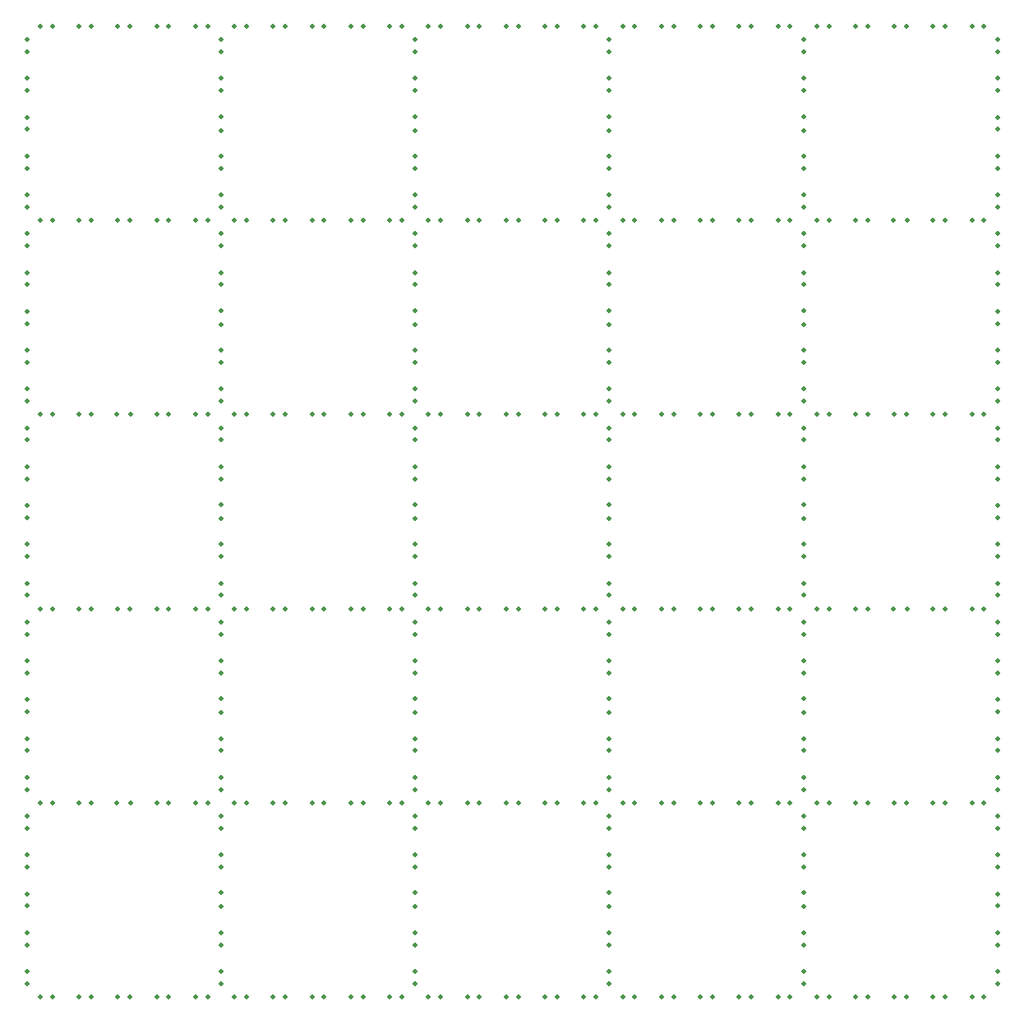
<source format=gbr>
%TF.GenerationSoftware,KiCad,Pcbnew,9.0.7*%
%TF.CreationDate,2026-02-12T20:02:34+01:00*%
%TF.ProjectId,PCB_Neopixel_rigid,5043425f-4e65-46f7-9069-78656c5f7269,rev?*%
%TF.SameCoordinates,Original*%
%TF.FileFunction,Soldermask,Bot*%
%TF.FilePolarity,Negative*%
%FSLAX46Y46*%
G04 Gerber Fmt 4.6, Leading zero omitted, Abs format (unit mm)*
G04 Created by KiCad (PCBNEW 9.0.7) date 2026-02-12 20:02:34*
%MOMM*%
%LPD*%
G01*
G04 APERTURE LIST*
%ADD10C,0.500000*%
G04 APERTURE END LIST*
D10*
%TO.C,REF\u002A\u002A*%
X121000000Y-60720000D03*
%TD*%
%TO.C,REF\u002A\u002A*%
X121000000Y-59280000D03*
%TD*%
%TO.C,REF\u002A\u002A1*%
X141000000Y-60720000D03*
%TD*%
%TO.C,REF\u002A\u002A2*%
X141000000Y-59280000D03*
%TD*%
%TO.C,REF\u002A\u002A3*%
X161000000Y-60720000D03*
%TD*%
%TO.C,REF\u002A\u002A4*%
X161000000Y-59280000D03*
%TD*%
%TO.C,REF\u002A\u002A5*%
X181000000Y-60720000D03*
%TD*%
%TO.C,REF\u002A\u002A6*%
X181000000Y-59280000D03*
%TD*%
%TO.C,REF\u002A\u002A9*%
X121000000Y-80720000D03*
%TD*%
%TO.C,REF\u002A\u002A10*%
X121000000Y-79280000D03*
%TD*%
%TO.C,REF\u002A\u002A11*%
X141000000Y-80720000D03*
%TD*%
%TO.C,REF\u002A\u002A12*%
X141000000Y-79280000D03*
%TD*%
%TO.C,REF\u002A\u002A13*%
X161000000Y-80720000D03*
%TD*%
%TO.C,REF\u002A\u002A14*%
X161000000Y-79280000D03*
%TD*%
%TO.C,REF\u002A\u002A15*%
X181000000Y-80720000D03*
%TD*%
%TO.C,REF\u002A\u002A16*%
X181000000Y-79280000D03*
%TD*%
%TO.C,REF\u002A\u002A19*%
X121000000Y-100720000D03*
%TD*%
%TO.C,REF\u002A\u002A20*%
X121000000Y-99280000D03*
%TD*%
%TO.C,REF\u002A\u002A21*%
X141000000Y-100720000D03*
%TD*%
%TO.C,REF\u002A\u002A22*%
X141000000Y-99280000D03*
%TD*%
%TO.C,REF\u002A\u002A23*%
X161000000Y-100720000D03*
%TD*%
%TO.C,REF\u002A\u002A24*%
X161000000Y-99280000D03*
%TD*%
%TO.C,REF\u002A\u002A25*%
X181000000Y-100720000D03*
%TD*%
%TO.C,REF\u002A\u002A26*%
X181000000Y-99280000D03*
%TD*%
%TO.C,REF\u002A\u002A29*%
X121000000Y-120720000D03*
%TD*%
%TO.C,REF\u002A\u002A30*%
X121000000Y-119280000D03*
%TD*%
%TO.C,REF\u002A\u002A31*%
X141000000Y-120720000D03*
%TD*%
%TO.C,REF\u002A\u002A32*%
X141000000Y-119280000D03*
%TD*%
%TO.C,REF\u002A\u002A33*%
X161000000Y-120720000D03*
%TD*%
%TO.C,REF\u002A\u002A34*%
X161000000Y-119280000D03*
%TD*%
%TO.C,REF\u002A\u002A35*%
X181000000Y-120720000D03*
%TD*%
%TO.C,REF\u002A\u002A36*%
X181000000Y-119280000D03*
%TD*%
%TO.C,REF\u002A\u002A39*%
X121000000Y-140720000D03*
%TD*%
%TO.C,REF\u002A\u002A40*%
X121000000Y-139280000D03*
%TD*%
%TO.C,REF\u002A\u002A41*%
X141000000Y-140720000D03*
%TD*%
%TO.C,REF\u002A\u002A42*%
X141000000Y-139280000D03*
%TD*%
%TO.C,REF\u002A\u002A43*%
X161000000Y-140720000D03*
%TD*%
%TO.C,REF\u002A\u002A44*%
X161000000Y-139280000D03*
%TD*%
%TO.C,REF\u002A\u002A45*%
X181000000Y-140720000D03*
%TD*%
%TO.C,REF\u002A\u002A46*%
X181000000Y-139280000D03*
%TD*%
%TO.C,REF\u002A\u002A*%
X158375000Y-110000000D03*
%TD*%
%TO.C,REF\u002A\u002A*%
X159625000Y-110000000D03*
%TD*%
%TO.C,REF\u002A\u002A*%
X154375000Y-110000000D03*
%TD*%
%TO.C,REF\u002A\u002A*%
X155625000Y-110000000D03*
%TD*%
%TO.C,REF\u002A\u002A*%
X150375000Y-110000000D03*
%TD*%
%TO.C,REF\u002A\u002A*%
X151625000Y-110000000D03*
%TD*%
%TO.C,REF\u002A\u002A*%
X143625000Y-110000000D03*
%TD*%
%TO.C,REF\u002A\u002A*%
X142375000Y-110000000D03*
%TD*%
%TO.C,REF\u002A\u002A*%
X139625000Y-110000000D03*
%TD*%
%TO.C,REF\u002A\u002A*%
X138375000Y-110000000D03*
%TD*%
%TO.C,REF\u002A\u002A*%
X146375000Y-110000000D03*
%TD*%
%TO.C,REF\u002A\u002A*%
X147625000Y-110000000D03*
%TD*%
%TO.C,REF\u002A\u002A*%
X119625000Y-110000000D03*
%TD*%
%TO.C,REF\u002A\u002A*%
X118375000Y-110000000D03*
%TD*%
%TO.C,REF\u002A\u002A*%
X115625000Y-110000000D03*
%TD*%
%TO.C,REF\u002A\u002A*%
X114375000Y-110000000D03*
%TD*%
%TO.C,REF\u002A\u002A*%
X131625000Y-110000000D03*
%TD*%
%TO.C,REF\u002A\u002A*%
X130375000Y-110000000D03*
%TD*%
%TO.C,REF\u002A\u002A*%
X127625000Y-110000000D03*
%TD*%
%TO.C,REF\u002A\u002A*%
X126375000Y-110000000D03*
%TD*%
%TO.C,REF\u002A\u002A*%
X123625000Y-110000000D03*
%TD*%
%TO.C,REF\u002A\u002A*%
X122375000Y-110000000D03*
%TD*%
%TO.C,REF\u002A\u002A*%
X134375000Y-110000000D03*
%TD*%
%TO.C,REF\u002A\u002A*%
X135625000Y-110000000D03*
%TD*%
%TO.C,REF\u002A\u002A*%
X106375000Y-110000000D03*
%TD*%
%TO.C,REF\u002A\u002A*%
X107625000Y-110000000D03*
%TD*%
%TO.C,REF\u002A\u002A*%
X103625000Y-110000000D03*
%TD*%
%TO.C,REF\u002A\u002A*%
X102375000Y-110000000D03*
%TD*%
%TO.C,REF\u002A\u002A*%
X111625000Y-110000000D03*
%TD*%
%TO.C,REF\u002A\u002A*%
X110375000Y-110000000D03*
%TD*%
%TO.C,REF\u002A\u002A*%
X163625000Y-110000000D03*
%TD*%
%TO.C,REF\u002A\u002A*%
X162375000Y-110000000D03*
%TD*%
%TO.C,REF\u002A\u002A*%
X175625000Y-110000000D03*
%TD*%
%TO.C,REF\u002A\u002A*%
X174375000Y-110000000D03*
%TD*%
%TO.C,REF\u002A\u002A*%
X171625000Y-110000000D03*
%TD*%
%TO.C,REF\u002A\u002A*%
X170375000Y-110000000D03*
%TD*%
%TO.C,REF\u002A\u002A*%
X167625000Y-110000000D03*
%TD*%
%TO.C,REF\u002A\u002A*%
X166375000Y-110000000D03*
%TD*%
%TO.C,REF\u002A\u002A*%
X178375000Y-110000000D03*
%TD*%
%TO.C,REF\u002A\u002A*%
X179625000Y-110000000D03*
%TD*%
%TO.C,REF\u002A\u002A*%
X183625000Y-110000000D03*
%TD*%
%TO.C,REF\u002A\u002A*%
X182375000Y-110000000D03*
%TD*%
%TO.C,REF\u002A\u002A*%
X195625000Y-110000000D03*
%TD*%
%TO.C,REF\u002A\u002A*%
X194375000Y-110000000D03*
%TD*%
%TO.C,REF\u002A\u002A*%
X187625000Y-110000000D03*
%TD*%
%TO.C,REF\u002A\u002A*%
X186375000Y-110000000D03*
%TD*%
%TO.C,REF\u002A\u002A*%
X198375000Y-110000000D03*
%TD*%
%TO.C,REF\u002A\u002A*%
X199625000Y-110000000D03*
%TD*%
%TO.C,REF\u002A\u002A*%
X183625000Y-130000000D03*
%TD*%
%TO.C,REF\u002A\u002A*%
X182375000Y-130000000D03*
%TD*%
%TO.C,REF\u002A\u002A*%
X195625000Y-130000000D03*
%TD*%
%TO.C,REF\u002A\u002A*%
X194375000Y-130000000D03*
%TD*%
%TO.C,REF\u002A\u002A*%
X163625000Y-130000000D03*
%TD*%
%TO.C,REF\u002A\u002A*%
X162375000Y-130000000D03*
%TD*%
%TO.C,REF\u002A\u002A*%
X175625000Y-130000000D03*
%TD*%
%TO.C,REF\u002A\u002A*%
X174375000Y-130000000D03*
%TD*%
%TO.C,REF\u002A\u002A*%
X143625000Y-130000000D03*
%TD*%
%TO.C,REF\u002A\u002A*%
X142375000Y-130000000D03*
%TD*%
%TO.C,REF\u002A\u002A*%
X139625000Y-130000000D03*
%TD*%
%TO.C,REF\u002A\u002A*%
X138375000Y-130000000D03*
%TD*%
%TO.C,REF\u002A\u002A*%
X118375000Y-130000000D03*
%TD*%
%TO.C,REF\u002A\u002A*%
X119625000Y-130000000D03*
%TD*%
%TO.C,REF\u002A\u002A*%
X115625000Y-130000000D03*
%TD*%
%TO.C,REF\u002A\u002A*%
X114375000Y-130000000D03*
%TD*%
%TO.C,REF\u002A\u002A*%
X131625000Y-130000000D03*
%TD*%
%TO.C,REF\u002A\u002A*%
X130375000Y-130000000D03*
%TD*%
%TO.C,REF\u002A\u002A*%
X106375000Y-130000000D03*
%TD*%
%TO.C,REF\u002A\u002A*%
X107625000Y-130000000D03*
%TD*%
%TO.C,REF\u002A\u002A*%
X103625000Y-130000000D03*
%TD*%
%TO.C,REF\u002A\u002A*%
X102375000Y-130000000D03*
%TD*%
%TO.C,REF\u002A\u002A*%
X155625000Y-130000000D03*
%TD*%
%TO.C,REF\u002A\u002A*%
X154375000Y-130000000D03*
%TD*%
%TO.C,REF\u002A\u002A*%
X190375000Y-130000000D03*
%TD*%
%TO.C,REF\u002A\u002A*%
X191625000Y-130000000D03*
%TD*%
%TO.C,REF\u002A\u002A*%
X199625000Y-130000000D03*
%TD*%
%TO.C,REF\u002A\u002A*%
X198375000Y-130000000D03*
%TD*%
%TO.C,REF\u002A\u002A*%
X187625000Y-130000000D03*
%TD*%
%TO.C,REF\u002A\u002A*%
X186375000Y-130000000D03*
%TD*%
%TO.C,REF\u002A\u002A*%
X151625000Y-130000000D03*
%TD*%
%TO.C,REF\u002A\u002A*%
X150375000Y-130000000D03*
%TD*%
%TO.C,REF\u002A\u002A*%
X147625000Y-130000000D03*
%TD*%
%TO.C,REF\u002A\u002A*%
X146375000Y-130000000D03*
%TD*%
%TO.C,REF\u002A\u002A*%
X111700000Y-130000000D03*
%TD*%
%TO.C,REF\u002A\u002A*%
X110300000Y-130000000D03*
%TD*%
%TO.C,REF\u002A\u002A*%
X170375000Y-130000000D03*
%TD*%
%TO.C,REF\u002A\u002A*%
X171625000Y-130000000D03*
%TD*%
%TO.C,REF\u002A\u002A*%
X179625000Y-130000000D03*
%TD*%
%TO.C,REF\u002A\u002A*%
X178375000Y-130000000D03*
%TD*%
%TO.C,REF\u002A\u002A*%
X167625000Y-130000000D03*
%TD*%
%TO.C,REF\u002A\u002A*%
X166375000Y-130000000D03*
%TD*%
%TO.C,REF\u002A\u002A*%
X126375000Y-130000000D03*
%TD*%
%TO.C,REF\u002A\u002A*%
X127625000Y-130000000D03*
%TD*%
%TO.C,REF\u002A\u002A*%
X123625000Y-130000000D03*
%TD*%
%TO.C,REF\u002A\u002A*%
X122375000Y-130000000D03*
%TD*%
%TO.C,REF\u002A\u002A*%
X135625000Y-130000000D03*
%TD*%
%TO.C,REF\u002A\u002A*%
X134375000Y-130000000D03*
%TD*%
%TO.C,REF\u002A\u002A*%
X158375000Y-130000000D03*
%TD*%
%TO.C,REF\u002A\u002A*%
X159625000Y-130000000D03*
%TD*%
%TO.C,REF\u002A\u002A*%
X183625000Y-150025000D03*
%TD*%
%TO.C,REF\u002A\u002A*%
X182375000Y-150025000D03*
%TD*%
%TO.C,REF\u002A\u002A*%
X195625000Y-150025000D03*
%TD*%
%TO.C,REF\u002A\u002A*%
X194375000Y-150025000D03*
%TD*%
%TO.C,REF\u002A\u002A*%
X163625000Y-150025000D03*
%TD*%
%TO.C,REF\u002A\u002A*%
X162375000Y-150025000D03*
%TD*%
%TO.C,REF\u002A\u002A*%
X175625000Y-150025000D03*
%TD*%
%TO.C,REF\u002A\u002A*%
X174375000Y-150025000D03*
%TD*%
%TO.C,REF\u002A\u002A*%
X143625000Y-150025000D03*
%TD*%
%TO.C,REF\u002A\u002A*%
X142375000Y-150025000D03*
%TD*%
%TO.C,REF\u002A\u002A*%
X139625000Y-150025000D03*
%TD*%
%TO.C,REF\u002A\u002A*%
X138375000Y-150025000D03*
%TD*%
%TO.C,REF\u002A\u002A*%
X118375000Y-150025000D03*
%TD*%
%TO.C,REF\u002A\u002A*%
X119625000Y-150025000D03*
%TD*%
%TO.C,REF\u002A\u002A*%
X115625000Y-150025000D03*
%TD*%
%TO.C,REF\u002A\u002A*%
X114375000Y-150025000D03*
%TD*%
%TO.C,REF\u002A\u002A*%
X131625000Y-150025000D03*
%TD*%
%TO.C,REF\u002A\u002A*%
X130375000Y-150025000D03*
%TD*%
%TO.C,REF\u002A\u002A*%
X106375000Y-150025000D03*
%TD*%
%TO.C,REF\u002A\u002A*%
X107625000Y-150025000D03*
%TD*%
%TO.C,REF\u002A\u002A*%
X103625000Y-150025000D03*
%TD*%
%TO.C,REF\u002A\u002A*%
X102375000Y-150025000D03*
%TD*%
%TO.C,REF\u002A\u002A*%
X155625000Y-150025000D03*
%TD*%
%TO.C,REF\u002A\u002A*%
X154375000Y-150025000D03*
%TD*%
%TO.C,REF\u002A\u002A*%
X190375000Y-150025000D03*
%TD*%
%TO.C,REF\u002A\u002A*%
X191625000Y-150025000D03*
%TD*%
%TO.C,REF\u002A\u002A*%
X199625000Y-150025000D03*
%TD*%
%TO.C,REF\u002A\u002A*%
X198375000Y-150025000D03*
%TD*%
%TO.C,REF\u002A\u002A*%
X187625000Y-150025000D03*
%TD*%
%TO.C,REF\u002A\u002A*%
X186375000Y-150025000D03*
%TD*%
%TO.C,REF\u002A\u002A*%
X151625000Y-150025000D03*
%TD*%
%TO.C,REF\u002A\u002A*%
X150375000Y-150025000D03*
%TD*%
%TO.C,REF\u002A\u002A*%
X147625000Y-150025000D03*
%TD*%
%TO.C,REF\u002A\u002A*%
X146375000Y-150025000D03*
%TD*%
%TO.C,REF\u002A\u002A*%
X111625000Y-150025000D03*
%TD*%
%TO.C,REF\u002A\u002A*%
X110375000Y-150025000D03*
%TD*%
%TO.C,REF\u002A\u002A*%
X170375000Y-150025000D03*
%TD*%
%TO.C,REF\u002A\u002A*%
X171625000Y-150025000D03*
%TD*%
%TO.C,REF\u002A\u002A*%
X179625000Y-150025000D03*
%TD*%
%TO.C,REF\u002A\u002A*%
X178375000Y-150025000D03*
%TD*%
%TO.C,REF\u002A\u002A*%
X167625000Y-150025000D03*
%TD*%
%TO.C,REF\u002A\u002A*%
X166375000Y-150025000D03*
%TD*%
%TO.C,REF\u002A\u002A*%
X126375000Y-150025000D03*
%TD*%
%TO.C,REF\u002A\u002A*%
X127625000Y-150025000D03*
%TD*%
%TO.C,REF\u002A\u002A*%
X123625000Y-150025000D03*
%TD*%
%TO.C,REF\u002A\u002A*%
X122375000Y-150025000D03*
%TD*%
%TO.C,REF\u002A\u002A*%
X135625000Y-150025000D03*
%TD*%
%TO.C,REF\u002A\u002A*%
X134375000Y-150025000D03*
%TD*%
%TO.C,REF\u002A\u002A*%
X158375000Y-150025000D03*
%TD*%
%TO.C,REF\u002A\u002A*%
X159625000Y-150025000D03*
%TD*%
%TO.C,REF\u002A\u002A*%
X101000000Y-67375000D03*
%TD*%
%TO.C,REF\u002A\u002A*%
X101000000Y-68625001D03*
%TD*%
%TO.C,REF\u002A\u002A*%
X101000000Y-55375000D03*
%TD*%
%TO.C,REF\u002A\u002A*%
X101000000Y-56625000D03*
%TD*%
%TO.C,REF\u002A\u002A*%
X101000000Y-87375000D03*
%TD*%
%TO.C,REF\u002A\u002A*%
X101000000Y-88625000D03*
%TD*%
%TO.C,REF\u002A\u002A*%
X101000000Y-75375000D03*
%TD*%
%TO.C,REF\u002A\u002A*%
X101000000Y-76625000D03*
%TD*%
%TO.C,REF\u002A\u002A*%
X101000000Y-107375000D03*
%TD*%
%TO.C,REF\u002A\u002A*%
X101000000Y-108625000D03*
%TD*%
%TO.C,REF\u002A\u002A*%
X101000000Y-111374999D03*
%TD*%
%TO.C,REF\u002A\u002A*%
X101000000Y-112625000D03*
%TD*%
%TO.C,REF\u002A\u002A*%
X101000000Y-132625001D03*
%TD*%
%TO.C,REF\u002A\u002A*%
X101000000Y-131375000D03*
%TD*%
%TO.C,REF\u002A\u002A*%
X101000000Y-135375000D03*
%TD*%
%TO.C,REF\u002A\u002A*%
X101000000Y-136625001D03*
%TD*%
%TO.C,REF\u002A\u002A*%
X101000000Y-119375000D03*
%TD*%
%TO.C,REF\u002A\u002A*%
X101000000Y-120625000D03*
%TD*%
%TO.C,REF\u002A\u002A*%
X101000000Y-144625000D03*
%TD*%
%TO.C,REF\u002A\u002A*%
X101000000Y-143374999D03*
%TD*%
%TO.C,REF\u002A\u002A*%
X101000000Y-147375001D03*
%TD*%
%TO.C,REF\u002A\u002A*%
X101000000Y-148625000D03*
%TD*%
%TO.C,REF\u002A\u002A*%
X101000000Y-95375000D03*
%TD*%
%TO.C,REF\u002A\u002A*%
X101000000Y-96624999D03*
%TD*%
%TO.C,REF\u002A\u002A*%
X101000000Y-60625000D03*
%TD*%
%TO.C,REF\u002A\u002A*%
X101000000Y-59375000D03*
%TD*%
%TO.C,REF\u002A\u002A*%
X101000000Y-51375001D03*
%TD*%
%TO.C,REF\u002A\u002A*%
X101000000Y-52625000D03*
%TD*%
%TO.C,REF\u002A\u002A*%
X101000000Y-63375000D03*
%TD*%
%TO.C,REF\u002A\u002A*%
X101000000Y-64624999D03*
%TD*%
%TO.C,REF\u002A\u002A*%
X101000000Y-99375000D03*
%TD*%
%TO.C,REF\u002A\u002A*%
X101000000Y-100625001D03*
%TD*%
%TO.C,REF\u002A\u002A*%
X101000000Y-103375000D03*
%TD*%
%TO.C,REF\u002A\u002A*%
X101000000Y-104625001D03*
%TD*%
%TO.C,REF\u002A\u002A*%
X101000000Y-139375000D03*
%TD*%
%TO.C,REF\u002A\u002A*%
X101000000Y-140625000D03*
%TD*%
%TO.C,REF\u002A\u002A*%
X101000000Y-80625000D03*
%TD*%
%TO.C,REF\u002A\u002A*%
X101000000Y-79374999D03*
%TD*%
%TO.C,REF\u002A\u002A*%
X101000000Y-71375000D03*
%TD*%
%TO.C,REF\u002A\u002A*%
X101000000Y-72625001D03*
%TD*%
%TO.C,REF\u002A\u002A*%
X101000000Y-83375001D03*
%TD*%
%TO.C,REF\u002A\u002A*%
X101000000Y-84625000D03*
%TD*%
%TO.C,REF\u002A\u002A*%
X101000000Y-124625000D03*
%TD*%
%TO.C,REF\u002A\u002A*%
X101000000Y-123375000D03*
%TD*%
%TO.C,REF\u002A\u002A*%
X101000000Y-127375000D03*
%TD*%
%TO.C,REF\u002A\u002A*%
X101000000Y-128624999D03*
%TD*%
%TO.C,REF\u002A\u002A*%
X101000000Y-115375001D03*
%TD*%
%TO.C,REF\u002A\u002A*%
X101000000Y-116625000D03*
%TD*%
%TO.C,REF\u002A\u002A*%
X101000000Y-92625000D03*
%TD*%
%TO.C,REF\u002A\u002A*%
X101000000Y-91375000D03*
%TD*%
%TO.C,REF\u002A\u002A*%
X183625000Y-50025000D03*
%TD*%
%TO.C,REF\u002A\u002A*%
X182375000Y-50025000D03*
%TD*%
%TO.C,REF\u002A\u002A*%
X195625000Y-50025000D03*
%TD*%
%TO.C,REF\u002A\u002A*%
X194375000Y-50025000D03*
%TD*%
%TO.C,REF\u002A\u002A*%
X163625000Y-50025000D03*
%TD*%
%TO.C,REF\u002A\u002A*%
X162375000Y-50025000D03*
%TD*%
%TO.C,REF\u002A\u002A*%
X175625000Y-50025000D03*
%TD*%
%TO.C,REF\u002A\u002A*%
X174375000Y-50025000D03*
%TD*%
%TO.C,REF\u002A\u002A*%
X143625000Y-50025000D03*
%TD*%
%TO.C,REF\u002A\u002A*%
X142375000Y-50025000D03*
%TD*%
%TO.C,REF\u002A\u002A*%
X139625000Y-50025000D03*
%TD*%
%TO.C,REF\u002A\u002A*%
X138375000Y-50025000D03*
%TD*%
%TO.C,REF\u002A\u002A*%
X118375000Y-50025000D03*
%TD*%
%TO.C,REF\u002A\u002A*%
X119625000Y-50025000D03*
%TD*%
%TO.C,REF\u002A\u002A*%
X115625000Y-50025000D03*
%TD*%
%TO.C,REF\u002A\u002A*%
X114375000Y-50025000D03*
%TD*%
%TO.C,REF\u002A\u002A*%
X131625000Y-50025000D03*
%TD*%
%TO.C,REF\u002A\u002A*%
X130375000Y-50025000D03*
%TD*%
%TO.C,REF\u002A\u002A*%
X106375000Y-50025000D03*
%TD*%
%TO.C,REF\u002A\u002A*%
X107625000Y-50025000D03*
%TD*%
%TO.C,REF\u002A\u002A*%
X103625000Y-50025000D03*
%TD*%
%TO.C,REF\u002A\u002A*%
X102375000Y-50025000D03*
%TD*%
%TO.C,REF\u002A\u002A*%
X155625000Y-50025000D03*
%TD*%
%TO.C,REF\u002A\u002A*%
X154375000Y-50025000D03*
%TD*%
%TO.C,REF\u002A\u002A*%
X190375000Y-50025000D03*
%TD*%
%TO.C,REF\u002A\u002A*%
X191625000Y-50025000D03*
%TD*%
%TO.C,REF\u002A\u002A*%
X199625000Y-50025000D03*
%TD*%
%TO.C,REF\u002A\u002A*%
X198375000Y-50025000D03*
%TD*%
%TO.C,REF\u002A\u002A*%
X187625000Y-50025000D03*
%TD*%
%TO.C,REF\u002A\u002A*%
X186375000Y-50025000D03*
%TD*%
%TO.C,REF\u002A\u002A*%
X151625000Y-50025000D03*
%TD*%
%TO.C,REF\u002A\u002A*%
X150375000Y-50025000D03*
%TD*%
%TO.C,REF\u002A\u002A*%
X147625000Y-50025000D03*
%TD*%
%TO.C,REF\u002A\u002A*%
X146375000Y-50025000D03*
%TD*%
%TO.C,REF\u002A\u002A*%
X111625000Y-50025000D03*
%TD*%
%TO.C,REF\u002A\u002A*%
X110375000Y-50025000D03*
%TD*%
%TO.C,REF\u002A\u002A*%
X170375000Y-50025000D03*
%TD*%
%TO.C,REF\u002A\u002A*%
X171625000Y-50025000D03*
%TD*%
%TO.C,REF\u002A\u002A*%
X179625000Y-50025000D03*
%TD*%
%TO.C,REF\u002A\u002A*%
X178375000Y-50025000D03*
%TD*%
%TO.C,REF\u002A\u002A*%
X167625000Y-50025000D03*
%TD*%
%TO.C,REF\u002A\u002A*%
X166375000Y-50025000D03*
%TD*%
%TO.C,REF\u002A\u002A*%
X126375000Y-50025000D03*
%TD*%
%TO.C,REF\u002A\u002A*%
X127625000Y-50025000D03*
%TD*%
%TO.C,REF\u002A\u002A*%
X123625000Y-50025000D03*
%TD*%
%TO.C,REF\u002A\u002A*%
X122375000Y-50025000D03*
%TD*%
%TO.C,REF\u002A\u002A*%
X135625000Y-50025000D03*
%TD*%
%TO.C,REF\u002A\u002A*%
X134375000Y-50025000D03*
%TD*%
%TO.C,REF\u002A\u002A*%
X158375000Y-50025000D03*
%TD*%
%TO.C,REF\u002A\u002A*%
X159625000Y-50025000D03*
%TD*%
%TO.C,REF\u002A\u002A*%
X183625000Y-90000000D03*
%TD*%
%TO.C,REF\u002A\u002A*%
X182375000Y-90000000D03*
%TD*%
%TO.C,REF\u002A\u002A*%
X195625000Y-90000000D03*
%TD*%
%TO.C,REF\u002A\u002A*%
X194375000Y-90000000D03*
%TD*%
%TO.C,REF\u002A\u002A*%
X163625000Y-90000000D03*
%TD*%
%TO.C,REF\u002A\u002A*%
X162375000Y-90000000D03*
%TD*%
%TO.C,REF\u002A\u002A*%
X175625000Y-90000000D03*
%TD*%
%TO.C,REF\u002A\u002A*%
X174375000Y-90000000D03*
%TD*%
%TO.C,REF\u002A\u002A*%
X143625000Y-90000000D03*
%TD*%
%TO.C,REF\u002A\u002A*%
X142375000Y-90000000D03*
%TD*%
%TO.C,REF\u002A\u002A*%
X139625000Y-90000000D03*
%TD*%
%TO.C,REF\u002A\u002A*%
X138375000Y-90000000D03*
%TD*%
%TO.C,REF\u002A\u002A*%
X118375000Y-90000000D03*
%TD*%
%TO.C,REF\u002A\u002A*%
X119625000Y-90000000D03*
%TD*%
%TO.C,REF\u002A\u002A*%
X115625000Y-90000000D03*
%TD*%
%TO.C,REF\u002A\u002A*%
X114375000Y-90000000D03*
%TD*%
%TO.C,REF\u002A\u002A*%
X131625000Y-90000000D03*
%TD*%
%TO.C,REF\u002A\u002A*%
X130375000Y-90000000D03*
%TD*%
%TO.C,REF\u002A\u002A*%
X106375000Y-90000000D03*
%TD*%
%TO.C,REF\u002A\u002A*%
X107625000Y-90000000D03*
%TD*%
%TO.C,REF\u002A\u002A*%
X103625000Y-90000000D03*
%TD*%
%TO.C,REF\u002A\u002A*%
X102375000Y-90000000D03*
%TD*%
%TO.C,REF\u002A\u002A*%
X155625000Y-90000000D03*
%TD*%
%TO.C,REF\u002A\u002A*%
X154375000Y-90000000D03*
%TD*%
%TO.C,REF\u002A\u002A*%
X190375000Y-90000000D03*
%TD*%
%TO.C,REF\u002A\u002A*%
X191625000Y-90000000D03*
%TD*%
%TO.C,REF\u002A\u002A*%
X199625000Y-90000000D03*
%TD*%
%TO.C,REF\u002A\u002A*%
X198375000Y-90000000D03*
%TD*%
%TO.C,REF\u002A\u002A*%
X187625000Y-90000000D03*
%TD*%
%TO.C,REF\u002A\u002A*%
X186375000Y-90000000D03*
%TD*%
%TO.C,REF\u002A\u002A*%
X151625000Y-90000000D03*
%TD*%
%TO.C,REF\u002A\u002A*%
X150375000Y-90000000D03*
%TD*%
%TO.C,REF\u002A\u002A*%
X147625000Y-90000000D03*
%TD*%
%TO.C,REF\u002A\u002A*%
X146375000Y-90000000D03*
%TD*%
%TO.C,REF\u002A\u002A*%
X111700000Y-90000000D03*
%TD*%
%TO.C,REF\u002A\u002A*%
X110300000Y-90000000D03*
%TD*%
%TO.C,REF\u002A\u002A*%
X170375000Y-90000000D03*
%TD*%
%TO.C,REF\u002A\u002A*%
X171625000Y-90000000D03*
%TD*%
%TO.C,REF\u002A\u002A*%
X179625000Y-90000000D03*
%TD*%
%TO.C,REF\u002A\u002A*%
X178375000Y-90000000D03*
%TD*%
%TO.C,REF\u002A\u002A*%
X167625000Y-90000000D03*
%TD*%
%TO.C,REF\u002A\u002A*%
X166375000Y-90000000D03*
%TD*%
%TO.C,REF\u002A\u002A*%
X126375000Y-90000000D03*
%TD*%
%TO.C,REF\u002A\u002A*%
X127625000Y-90000000D03*
%TD*%
%TO.C,REF\u002A\u002A*%
X123625000Y-90000000D03*
%TD*%
%TO.C,REF\u002A\u002A*%
X122375000Y-90000000D03*
%TD*%
%TO.C,REF\u002A\u002A*%
X135625000Y-90000000D03*
%TD*%
%TO.C,REF\u002A\u002A*%
X134375000Y-90000000D03*
%TD*%
%TO.C,REF\u002A\u002A*%
X158375000Y-90000000D03*
%TD*%
%TO.C,REF\u002A\u002A*%
X159625000Y-90000000D03*
%TD*%
%TO.C,REF\u002A\u002A*%
X183625000Y-70000000D03*
%TD*%
%TO.C,REF\u002A\u002A*%
X182375000Y-70000000D03*
%TD*%
%TO.C,REF\u002A\u002A*%
X195625000Y-70000000D03*
%TD*%
%TO.C,REF\u002A\u002A*%
X194375000Y-70000000D03*
%TD*%
%TO.C,REF\u002A\u002A*%
X163625000Y-70000000D03*
%TD*%
%TO.C,REF\u002A\u002A*%
X162375000Y-70000000D03*
%TD*%
%TO.C,REF\u002A\u002A*%
X175625000Y-70000000D03*
%TD*%
%TO.C,REF\u002A\u002A*%
X174375000Y-70000000D03*
%TD*%
%TO.C,REF\u002A\u002A*%
X143625000Y-70000000D03*
%TD*%
%TO.C,REF\u002A\u002A*%
X142375000Y-70000000D03*
%TD*%
%TO.C,REF\u002A\u002A*%
X139625000Y-70000000D03*
%TD*%
%TO.C,REF\u002A\u002A*%
X138375000Y-70000000D03*
%TD*%
%TO.C,REF\u002A\u002A*%
X118375000Y-70000000D03*
%TD*%
%TO.C,REF\u002A\u002A*%
X119625000Y-70000000D03*
%TD*%
%TO.C,REF\u002A\u002A*%
X115625000Y-70000000D03*
%TD*%
%TO.C,REF\u002A\u002A*%
X114375000Y-70000000D03*
%TD*%
%TO.C,REF\u002A\u002A*%
X131625000Y-70000000D03*
%TD*%
%TO.C,REF\u002A\u002A*%
X130375000Y-70000000D03*
%TD*%
%TO.C,REF\u002A\u002A*%
X106375000Y-70000000D03*
%TD*%
%TO.C,REF\u002A\u002A*%
X107625000Y-70000000D03*
%TD*%
%TO.C,REF\u002A\u002A*%
X103625000Y-70000000D03*
%TD*%
%TO.C,REF\u002A\u002A*%
X102375000Y-70000000D03*
%TD*%
%TO.C,REF\u002A\u002A*%
X155625000Y-70000000D03*
%TD*%
%TO.C,REF\u002A\u002A*%
X154375000Y-70000000D03*
%TD*%
%TO.C,REF\u002A\u002A*%
X190300000Y-70000000D03*
%TD*%
%TO.C,REF\u002A\u002A*%
X191700000Y-70000000D03*
%TD*%
%TO.C,REF\u002A\u002A*%
X199625000Y-70000000D03*
%TD*%
%TO.C,REF\u002A\u002A*%
X198375000Y-70000000D03*
%TD*%
%TO.C,REF\u002A\u002A*%
X187625000Y-70000000D03*
%TD*%
%TO.C,REF\u002A\u002A*%
X186375000Y-70000000D03*
%TD*%
%TO.C,REF\u002A\u002A*%
X151625000Y-70000000D03*
%TD*%
%TO.C,REF\u002A\u002A*%
X150375000Y-70000000D03*
%TD*%
%TO.C,REF\u002A\u002A*%
X147625000Y-70000000D03*
%TD*%
%TO.C,REF\u002A\u002A*%
X146375000Y-70000000D03*
%TD*%
%TO.C,REF\u002A\u002A*%
X111625000Y-70000000D03*
%TD*%
%TO.C,REF\u002A\u002A*%
X110375000Y-70000000D03*
%TD*%
%TO.C,REF\u002A\u002A*%
X170375000Y-70000000D03*
%TD*%
%TO.C,REF\u002A\u002A*%
X171625000Y-70000000D03*
%TD*%
%TO.C,REF\u002A\u002A*%
X179625000Y-70000000D03*
%TD*%
%TO.C,REF\u002A\u002A*%
X178375000Y-70000000D03*
%TD*%
%TO.C,REF\u002A\u002A*%
X167625000Y-70000000D03*
%TD*%
%TO.C,REF\u002A\u002A*%
X166375000Y-70000000D03*
%TD*%
%TO.C,REF\u002A\u002A*%
X126375000Y-70000000D03*
%TD*%
%TO.C,REF\u002A\u002A*%
X127625000Y-70000000D03*
%TD*%
%TO.C,REF\u002A\u002A*%
X123625000Y-70000000D03*
%TD*%
%TO.C,REF\u002A\u002A*%
X122375000Y-70000000D03*
%TD*%
%TO.C,REF\u002A\u002A*%
X135625000Y-70000000D03*
%TD*%
%TO.C,REF\u002A\u002A*%
X134375000Y-70000000D03*
%TD*%
%TO.C,REF\u002A\u002A*%
X158375000Y-70000000D03*
%TD*%
%TO.C,REF\u002A\u002A*%
X159625000Y-70000000D03*
%TD*%
%TO.C,REF\u002A\u002A*%
X201000000Y-67375000D03*
%TD*%
%TO.C,REF\u002A\u002A*%
X201000000Y-68625001D03*
%TD*%
%TO.C,REF\u002A\u002A*%
X201000000Y-55375000D03*
%TD*%
%TO.C,REF\u002A\u002A*%
X201000000Y-56625000D03*
%TD*%
%TO.C,REF\u002A\u002A*%
X201000000Y-87375000D03*
%TD*%
%TO.C,REF\u002A\u002A*%
X201000000Y-88625000D03*
%TD*%
%TO.C,REF\u002A\u002A*%
X201000000Y-75375000D03*
%TD*%
%TO.C,REF\u002A\u002A*%
X201000000Y-76625000D03*
%TD*%
%TO.C,REF\u002A\u002A*%
X201000000Y-107375000D03*
%TD*%
%TO.C,REF\u002A\u002A*%
X201000000Y-108625000D03*
%TD*%
%TO.C,REF\u002A\u002A*%
X201000000Y-111374999D03*
%TD*%
%TO.C,REF\u002A\u002A*%
X201000000Y-112625000D03*
%TD*%
%TO.C,REF\u002A\u002A*%
X201000000Y-132625001D03*
%TD*%
%TO.C,REF\u002A\u002A*%
X201000000Y-131375000D03*
%TD*%
%TO.C,REF\u002A\u002A*%
X201000000Y-135375000D03*
%TD*%
%TO.C,REF\u002A\u002A*%
X201000000Y-136625001D03*
%TD*%
%TO.C,REF\u002A\u002A*%
X201000000Y-119375000D03*
%TD*%
%TO.C,REF\u002A\u002A*%
X201000000Y-120625000D03*
%TD*%
%TO.C,REF\u002A\u002A*%
X201000000Y-144625000D03*
%TD*%
%TO.C,REF\u002A\u002A*%
X201000000Y-143374999D03*
%TD*%
%TO.C,REF\u002A\u002A*%
X201000000Y-147375001D03*
%TD*%
%TO.C,REF\u002A\u002A*%
X201000000Y-148625000D03*
%TD*%
%TO.C,REF\u002A\u002A*%
X201000000Y-95375000D03*
%TD*%
%TO.C,REF\u002A\u002A*%
X201000000Y-96624999D03*
%TD*%
%TO.C,REF\u002A\u002A*%
X201000000Y-60625000D03*
%TD*%
%TO.C,REF\u002A\u002A*%
X201000000Y-59375000D03*
%TD*%
%TO.C,REF\u002A\u002A*%
X201000000Y-51375001D03*
%TD*%
%TO.C,REF\u002A\u002A*%
X201000000Y-52625000D03*
%TD*%
%TO.C,REF\u002A\u002A*%
X201000000Y-63375000D03*
%TD*%
%TO.C,REF\u002A\u002A*%
X201000000Y-64624999D03*
%TD*%
%TO.C,REF\u002A\u002A*%
X201000000Y-99375000D03*
%TD*%
%TO.C,REF\u002A\u002A*%
X201000000Y-100625001D03*
%TD*%
%TO.C,REF\u002A\u002A*%
X201000000Y-103375000D03*
%TD*%
%TO.C,REF\u002A\u002A*%
X201000000Y-104625001D03*
%TD*%
%TO.C,REF\u002A\u002A*%
X201000000Y-139375000D03*
%TD*%
%TO.C,REF\u002A\u002A*%
X201000000Y-140625000D03*
%TD*%
%TO.C,REF\u002A\u002A*%
X201000000Y-80625000D03*
%TD*%
%TO.C,REF\u002A\u002A*%
X201000000Y-79374999D03*
%TD*%
%TO.C,REF\u002A\u002A*%
X201000000Y-71375000D03*
%TD*%
%TO.C,REF\u002A\u002A*%
X201000000Y-72625001D03*
%TD*%
%TO.C,REF\u002A\u002A*%
X201000000Y-83375001D03*
%TD*%
%TO.C,REF\u002A\u002A*%
X201000000Y-84625000D03*
%TD*%
%TO.C,REF\u002A\u002A*%
X201000000Y-124625000D03*
%TD*%
%TO.C,REF\u002A\u002A*%
X201000000Y-123375000D03*
%TD*%
%TO.C,REF\u002A\u002A*%
X201000000Y-127375000D03*
%TD*%
%TO.C,REF\u002A\u002A*%
X201000000Y-128624999D03*
%TD*%
%TO.C,REF\u002A\u002A*%
X201000000Y-115375001D03*
%TD*%
%TO.C,REF\u002A\u002A*%
X201000000Y-116625000D03*
%TD*%
%TO.C,REF\u002A\u002A*%
X201000000Y-92625000D03*
%TD*%
%TO.C,REF\u002A\u002A*%
X201000000Y-91375000D03*
%TD*%
%TO.C,REF\u002A\u002A*%
X121000000Y-67375000D03*
%TD*%
%TO.C,REF\u002A\u002A*%
X121000000Y-68625000D03*
%TD*%
%TO.C,REF\u002A\u002A*%
X121000000Y-63375000D03*
%TD*%
%TO.C,REF\u002A\u002A*%
X121000000Y-64625001D03*
%TD*%
%TO.C,REF\u002A\u002A*%
X121000000Y-56625000D03*
%TD*%
%TO.C,REF\u002A\u002A*%
X121000000Y-55375000D03*
%TD*%
%TO.C,REF\u002A\u002A*%
X121000000Y-51375000D03*
%TD*%
%TO.C,REF\u002A\u002A*%
X121000000Y-52625001D03*
%TD*%
%TO.C,REF\u002A\u002A*%
X141000000Y-55375000D03*
%TD*%
%TO.C,REF\u002A\u002A*%
X141000000Y-56625000D03*
%TD*%
%TO.C,REF\u002A\u002A*%
X141000000Y-68625000D03*
%TD*%
%TO.C,REF\u002A\u002A*%
X141000000Y-67375000D03*
%TD*%
%TO.C,REF\u002A\u002A*%
X141000000Y-63375000D03*
%TD*%
%TO.C,REF\u002A\u002A*%
X141000000Y-64625001D03*
%TD*%
%TO.C,REF\u002A\u002A*%
X141000000Y-52625001D03*
%TD*%
%TO.C,REF\u002A\u002A*%
X141000000Y-51375000D03*
%TD*%
%TO.C,REF\u002A\u002A*%
X161000000Y-55375000D03*
%TD*%
%TO.C,REF\u002A\u002A*%
X161000000Y-56625000D03*
%TD*%
%TO.C,REF\u002A\u002A*%
X161000000Y-68625000D03*
%TD*%
%TO.C,REF\u002A\u002A*%
X161000000Y-67375000D03*
%TD*%
%TO.C,REF\u002A\u002A*%
X161000000Y-63375000D03*
%TD*%
%TO.C,REF\u002A\u002A*%
X161000000Y-64625001D03*
%TD*%
%TO.C,REF\u002A\u002A*%
X161000000Y-52625001D03*
%TD*%
%TO.C,REF\u002A\u002A*%
X161000000Y-51375000D03*
%TD*%
%TO.C,REF\u002A\u002A*%
X181000000Y-55375000D03*
%TD*%
%TO.C,REF\u002A\u002A*%
X181000000Y-56625000D03*
%TD*%
%TO.C,REF\u002A\u002A*%
X181000000Y-68625000D03*
%TD*%
%TO.C,REF\u002A\u002A*%
X181000000Y-67375000D03*
%TD*%
%TO.C,REF\u002A\u002A*%
X181000000Y-63375000D03*
%TD*%
%TO.C,REF\u002A\u002A*%
X181000000Y-64625001D03*
%TD*%
%TO.C,REF\u002A\u002A*%
X181000000Y-52625001D03*
%TD*%
%TO.C,REF\u002A\u002A*%
X181000000Y-51375000D03*
%TD*%
%TO.C,REF\u002A\u002A*%
X181000000Y-75375000D03*
%TD*%
%TO.C,REF\u002A\u002A*%
X181000000Y-76625000D03*
%TD*%
%TO.C,REF\u002A\u002A*%
X181000000Y-88625000D03*
%TD*%
%TO.C,REF\u002A\u002A*%
X181000000Y-87375000D03*
%TD*%
%TO.C,REF\u002A\u002A*%
X181000000Y-83375000D03*
%TD*%
%TO.C,REF\u002A\u002A*%
X181000000Y-84625001D03*
%TD*%
%TO.C,REF\u002A\u002A*%
X181000000Y-72625001D03*
%TD*%
%TO.C,REF\u002A\u002A*%
X181000000Y-71375000D03*
%TD*%
%TO.C,REF\u002A\u002A*%
X161000000Y-75375000D03*
%TD*%
%TO.C,REF\u002A\u002A*%
X161000000Y-76625000D03*
%TD*%
%TO.C,REF\u002A\u002A*%
X161000000Y-88625000D03*
%TD*%
%TO.C,REF\u002A\u002A*%
X161000000Y-87375000D03*
%TD*%
%TO.C,REF\u002A\u002A*%
X161000000Y-83375000D03*
%TD*%
%TO.C,REF\u002A\u002A*%
X161000000Y-84625001D03*
%TD*%
%TO.C,REF\u002A\u002A*%
X161000000Y-72625001D03*
%TD*%
%TO.C,REF\u002A\u002A*%
X161000000Y-71375000D03*
%TD*%
%TO.C,REF\u002A\u002A*%
X141000000Y-75375000D03*
%TD*%
%TO.C,REF\u002A\u002A*%
X141000000Y-76625000D03*
%TD*%
%TO.C,REF\u002A\u002A*%
X141000000Y-88625000D03*
%TD*%
%TO.C,REF\u002A\u002A*%
X141000000Y-87375000D03*
%TD*%
%TO.C,REF\u002A\u002A*%
X121000000Y-75375000D03*
%TD*%
%TO.C,REF\u002A\u002A*%
X121000000Y-76625000D03*
%TD*%
%TO.C,REF\u002A\u002A*%
X121000000Y-88625000D03*
%TD*%
%TO.C,REF\u002A\u002A*%
X121000000Y-87375000D03*
%TD*%
%TO.C,REF\u002A\u002A*%
X121000000Y-71375000D03*
%TD*%
%TO.C,REF\u002A\u002A*%
X121000000Y-72625001D03*
%TD*%
%TO.C,REF\u002A\u002A*%
X121000000Y-84625001D03*
%TD*%
%TO.C,REF\u002A\u002A*%
X121000000Y-83375000D03*
%TD*%
%TO.C,REF\u002A\u002A*%
X141000000Y-71375000D03*
%TD*%
%TO.C,REF\u002A\u002A*%
X141000000Y-72625001D03*
%TD*%
%TO.C,REF\u002A\u002A*%
X141000000Y-84625001D03*
%TD*%
%TO.C,REF\u002A\u002A*%
X141000000Y-83375000D03*
%TD*%
%TO.C,REF\u002A\u002A*%
X181000000Y-95375000D03*
%TD*%
%TO.C,REF\u002A\u002A*%
X181000000Y-96625000D03*
%TD*%
%TO.C,REF\u002A\u002A*%
X181000000Y-108625000D03*
%TD*%
%TO.C,REF\u002A\u002A*%
X181000000Y-107375000D03*
%TD*%
%TO.C,REF\u002A\u002A*%
X161000000Y-95375000D03*
%TD*%
%TO.C,REF\u002A\u002A*%
X161000000Y-96625000D03*
%TD*%
%TO.C,REF\u002A\u002A*%
X161000000Y-108625000D03*
%TD*%
%TO.C,REF\u002A\u002A*%
X161000000Y-107375000D03*
%TD*%
%TO.C,REF\u002A\u002A*%
X141000000Y-96625000D03*
%TD*%
%TO.C,REF\u002A\u002A*%
X141000000Y-95375000D03*
%TD*%
%TO.C,REF\u002A\u002A*%
X141000000Y-108625000D03*
%TD*%
%TO.C,REF\u002A\u002A*%
X141000000Y-107375000D03*
%TD*%
%TO.C,REF\u002A\u002A*%
X121000000Y-95375000D03*
%TD*%
%TO.C,REF\u002A\u002A*%
X121000000Y-96625000D03*
%TD*%
%TO.C,REF\u002A\u002A*%
X121000000Y-108625000D03*
%TD*%
%TO.C,REF\u002A\u002A*%
X121000000Y-107375000D03*
%TD*%
%TO.C,REF\u002A\u002A*%
X121000000Y-103375000D03*
%TD*%
%TO.C,REF\u002A\u002A*%
X121000000Y-104625001D03*
%TD*%
%TO.C,REF\u002A\u002A*%
X161000000Y-91375000D03*
%TD*%
%TO.C,REF\u002A\u002A*%
X161000000Y-92625001D03*
%TD*%
%TO.C,REF\u002A\u002A*%
X161000000Y-104625001D03*
%TD*%
%TO.C,REF\u002A\u002A*%
X161000000Y-103375000D03*
%TD*%
%TO.C,REF\u002A\u002A*%
X181000000Y-91375000D03*
%TD*%
%TO.C,REF\u002A\u002A*%
X181000000Y-92625001D03*
%TD*%
%TO.C,REF\u002A\u002A*%
X121000000Y-91375000D03*
%TD*%
%TO.C,REF\u002A\u002A*%
X121000000Y-92625001D03*
%TD*%
%TO.C,REF\u002A\u002A*%
X181000000Y-104625001D03*
%TD*%
%TO.C,REF\u002A\u002A*%
X181000000Y-103375000D03*
%TD*%
%TO.C,REF\u002A\u002A*%
X141000000Y-92625001D03*
%TD*%
%TO.C,REF\u002A\u002A*%
X141000000Y-91375000D03*
%TD*%
%TO.C,REF\u002A\u002A*%
X141000000Y-103375000D03*
%TD*%
%TO.C,REF\u002A\u002A*%
X141000000Y-104625001D03*
%TD*%
%TO.C,REF\u002A\u002A*%
X181000000Y-115375000D03*
%TD*%
%TO.C,REF\u002A\u002A*%
X181000000Y-116625000D03*
%TD*%
%TO.C,REF\u002A\u002A*%
X181000000Y-128625000D03*
%TD*%
%TO.C,REF\u002A\u002A*%
X181000000Y-127375000D03*
%TD*%
%TO.C,REF\u002A\u002A*%
X161000000Y-115375000D03*
%TD*%
%TO.C,REF\u002A\u002A*%
X161000000Y-116625000D03*
%TD*%
%TO.C,REF\u002A\u002A*%
X161000000Y-128625000D03*
%TD*%
%TO.C,REF\u002A\u002A*%
X161000000Y-127375000D03*
%TD*%
%TO.C,REF\u002A\u002A*%
X141000000Y-116625000D03*
%TD*%
%TO.C,REF\u002A\u002A*%
X141000000Y-115375000D03*
%TD*%
%TO.C,REF\u002A\u002A*%
X141000000Y-128625000D03*
%TD*%
%TO.C,REF\u002A\u002A*%
X141000000Y-127375000D03*
%TD*%
%TO.C,REF\u002A\u002A*%
X121000000Y-115375000D03*
%TD*%
%TO.C,REF\u002A\u002A*%
X121000000Y-116625000D03*
%TD*%
%TO.C,REF\u002A\u002A*%
X121000000Y-128625000D03*
%TD*%
%TO.C,REF\u002A\u002A*%
X121000000Y-127375000D03*
%TD*%
%TO.C,REF\u002A\u002A*%
X121000000Y-123375000D03*
%TD*%
%TO.C,REF\u002A\u002A*%
X121000000Y-124625001D03*
%TD*%
%TO.C,REF\u002A\u002A*%
X161000000Y-111375000D03*
%TD*%
%TO.C,REF\u002A\u002A*%
X161000000Y-112625001D03*
%TD*%
%TO.C,REF\u002A\u002A*%
X161000000Y-124625001D03*
%TD*%
%TO.C,REF\u002A\u002A*%
X161000000Y-123375000D03*
%TD*%
%TO.C,REF\u002A\u002A*%
X181000000Y-111375000D03*
%TD*%
%TO.C,REF\u002A\u002A*%
X181000000Y-112625001D03*
%TD*%
%TO.C,REF\u002A\u002A*%
X121000000Y-111375000D03*
%TD*%
%TO.C,REF\u002A\u002A*%
X121000000Y-112625001D03*
%TD*%
%TO.C,REF\u002A\u002A*%
X181000000Y-124625001D03*
%TD*%
%TO.C,REF\u002A\u002A*%
X181000000Y-123375000D03*
%TD*%
%TO.C,REF\u002A\u002A*%
X141000000Y-112625001D03*
%TD*%
%TO.C,REF\u002A\u002A*%
X141000000Y-111375000D03*
%TD*%
%TO.C,REF\u002A\u002A*%
X141000000Y-123375000D03*
%TD*%
%TO.C,REF\u002A\u002A*%
X141000000Y-124625001D03*
%TD*%
%TO.C,REF\u002A\u002A*%
X181000000Y-135375000D03*
%TD*%
%TO.C,REF\u002A\u002A*%
X181000000Y-136625000D03*
%TD*%
%TO.C,REF\u002A\u002A*%
X181000000Y-148625000D03*
%TD*%
%TO.C,REF\u002A\u002A*%
X181000000Y-147375000D03*
%TD*%
%TO.C,REF\u002A\u002A*%
X161000000Y-135375000D03*
%TD*%
%TO.C,REF\u002A\u002A*%
X161000000Y-136625000D03*
%TD*%
%TO.C,REF\u002A\u002A*%
X161000000Y-148625000D03*
%TD*%
%TO.C,REF\u002A\u002A*%
X161000000Y-147375000D03*
%TD*%
%TO.C,REF\u002A\u002A*%
X141000000Y-136625000D03*
%TD*%
%TO.C,REF\u002A\u002A*%
X141000000Y-135375000D03*
%TD*%
%TO.C,REF\u002A\u002A*%
X141000000Y-148625000D03*
%TD*%
%TO.C,REF\u002A\u002A*%
X141000000Y-147375000D03*
%TD*%
%TO.C,REF\u002A\u002A*%
X121000000Y-135375000D03*
%TD*%
%TO.C,REF\u002A\u002A*%
X121000000Y-136625000D03*
%TD*%
%TO.C,REF\u002A\u002A*%
X121000000Y-148625000D03*
%TD*%
%TO.C,REF\u002A\u002A*%
X121000000Y-147375000D03*
%TD*%
%TO.C,REF\u002A\u002A*%
X121000000Y-143375000D03*
%TD*%
%TO.C,REF\u002A\u002A*%
X121000000Y-144625001D03*
%TD*%
%TO.C,REF\u002A\u002A*%
X161000000Y-131375000D03*
%TD*%
%TO.C,REF\u002A\u002A*%
X161000000Y-132625001D03*
%TD*%
%TO.C,REF\u002A\u002A*%
X161000000Y-144625001D03*
%TD*%
%TO.C,REF\u002A\u002A*%
X161000000Y-143375000D03*
%TD*%
%TO.C,REF\u002A\u002A*%
X181000000Y-131375000D03*
%TD*%
%TO.C,REF\u002A\u002A*%
X181000000Y-132625001D03*
%TD*%
%TO.C,REF\u002A\u002A*%
X121000000Y-131375000D03*
%TD*%
%TO.C,REF\u002A\u002A*%
X121000000Y-132625001D03*
%TD*%
%TO.C,REF\u002A\u002A*%
X181000000Y-144625001D03*
%TD*%
%TO.C,REF\u002A\u002A*%
X181000000Y-143375000D03*
%TD*%
%TO.C,REF\u002A\u002A*%
X141000000Y-132625001D03*
%TD*%
%TO.C,REF\u002A\u002A*%
X141000000Y-131375000D03*
%TD*%
%TO.C,REF\u002A\u002A*%
X141000000Y-143375000D03*
%TD*%
%TO.C,REF\u002A\u002A*%
X141000000Y-144625001D03*
%TD*%
%TO.C,REF\u002A\u002A*%
X190300000Y-110000000D03*
%TD*%
%TO.C,REF\u002A\u002A*%
X191700000Y-110000000D03*
%TD*%
M02*

</source>
